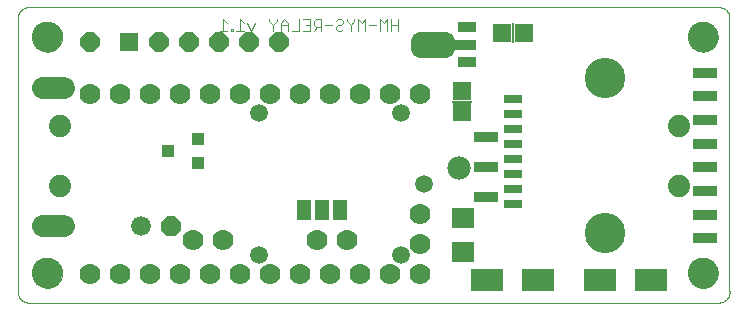
<source format=gbs>
G75*
%MOIN*%
%OFA0B0*%
%FSLAX25Y25*%
%IPPOS*%
%LPD*%
%AMOC8*
5,1,8,0,0,1.08239X$1,22.5*
%
%ADD10C,0.00000*%
%ADD11C,0.00300*%
%ADD12C,0.10243*%
%ADD13OC8,0.06600*%
%ADD14C,0.06600*%
%ADD15R,0.10833X0.07290*%
%ADD16C,0.13500*%
%ADD17C,0.07800*%
%ADD18R,0.07498X0.06699*%
%ADD19R,0.05912X0.03550*%
%ADD20R,0.07880X0.03550*%
%ADD21C,0.06300*%
%ADD22R,0.06800X0.00500*%
%ADD23R,0.06400X0.06400*%
%ADD24R,0.06400X0.02900*%
%ADD25C,0.05943*%
%ADD26C,0.07000*%
%ADD27R,0.00500X0.06800*%
%ADD28C,0.07450*%
%ADD29OC8,0.06400*%
%ADD30R,0.08000X0.03600*%
%ADD31C,0.07400*%
%ADD32C,0.03550*%
%ADD33R,0.05000X0.06700*%
%ADD34R,0.03943X0.04337*%
D10*
X0058802Y0005150D02*
X0058802Y0096488D01*
X0058791Y0096607D01*
X0058783Y0096726D01*
X0058780Y0096845D01*
X0058781Y0096964D01*
X0058786Y0097083D01*
X0058794Y0097202D01*
X0058807Y0097320D01*
X0058824Y0097438D01*
X0058844Y0097556D01*
X0058869Y0097672D01*
X0058897Y0097788D01*
X0058929Y0097903D01*
X0058965Y0098016D01*
X0059005Y0098129D01*
X0059049Y0098240D01*
X0059096Y0098349D01*
X0059147Y0098457D01*
X0059201Y0098563D01*
X0059259Y0098667D01*
X0059320Y0098769D01*
X0059385Y0098869D01*
X0059453Y0098967D01*
X0059524Y0099062D01*
X0059599Y0099155D01*
X0059676Y0099246D01*
X0059757Y0099334D01*
X0059840Y0099419D01*
X0059926Y0099501D01*
X0060015Y0099580D01*
X0060107Y0099657D01*
X0060201Y0099730D01*
X0060297Y0099800D01*
X0060396Y0099867D01*
X0060496Y0099930D01*
X0060599Y0099990D01*
X0060704Y0100047D01*
X0060811Y0100100D01*
X0060919Y0100149D01*
X0061029Y0100195D01*
X0061141Y0100237D01*
X0061253Y0100276D01*
X0061367Y0100310D01*
X0061483Y0100341D01*
X0061599Y0100368D01*
X0061716Y0100391D01*
X0061833Y0100410D01*
X0061951Y0100425D01*
X0292069Y0100425D01*
X0292185Y0100436D01*
X0292302Y0100443D01*
X0292419Y0100447D01*
X0292535Y0100446D01*
X0292652Y0100442D01*
X0292768Y0100434D01*
X0292884Y0100422D01*
X0293000Y0100406D01*
X0293115Y0100387D01*
X0293229Y0100364D01*
X0293343Y0100337D01*
X0293455Y0100306D01*
X0293567Y0100272D01*
X0293677Y0100234D01*
X0293786Y0100192D01*
X0293894Y0100147D01*
X0294000Y0100099D01*
X0294104Y0100047D01*
X0294207Y0099991D01*
X0294308Y0099933D01*
X0294406Y0099871D01*
X0294503Y0099805D01*
X0294598Y0099737D01*
X0294690Y0099666D01*
X0294780Y0099591D01*
X0294867Y0099514D01*
X0294952Y0099434D01*
X0295034Y0099351D01*
X0295114Y0099266D01*
X0295190Y0099178D01*
X0295264Y0099087D01*
X0295335Y0098995D01*
X0295402Y0098899D01*
X0295467Y0098802D01*
X0295528Y0098703D01*
X0295586Y0098602D01*
X0295640Y0098499D01*
X0295692Y0098394D01*
X0295739Y0098287D01*
X0295784Y0098179D01*
X0295824Y0098070D01*
X0295861Y0097959D01*
X0295895Y0097848D01*
X0295924Y0097735D01*
X0295951Y0097621D01*
X0295973Y0097507D01*
X0295991Y0097391D01*
X0296006Y0097276D01*
X0296006Y0005937D01*
X0296017Y0005821D01*
X0296024Y0005704D01*
X0296028Y0005587D01*
X0296027Y0005471D01*
X0296023Y0005354D01*
X0296015Y0005238D01*
X0296003Y0005122D01*
X0295987Y0005006D01*
X0295968Y0004891D01*
X0295945Y0004777D01*
X0295918Y0004663D01*
X0295887Y0004551D01*
X0295853Y0004439D01*
X0295815Y0004329D01*
X0295773Y0004220D01*
X0295728Y0004112D01*
X0295680Y0004006D01*
X0295628Y0003902D01*
X0295572Y0003799D01*
X0295514Y0003698D01*
X0295452Y0003600D01*
X0295386Y0003503D01*
X0295318Y0003408D01*
X0295247Y0003316D01*
X0295172Y0003226D01*
X0295095Y0003139D01*
X0295015Y0003054D01*
X0294932Y0002972D01*
X0294847Y0002892D01*
X0294759Y0002816D01*
X0294668Y0002742D01*
X0294576Y0002671D01*
X0294480Y0002604D01*
X0294383Y0002539D01*
X0294284Y0002478D01*
X0294183Y0002420D01*
X0294080Y0002366D01*
X0293975Y0002314D01*
X0293868Y0002267D01*
X0293760Y0002222D01*
X0293651Y0002182D01*
X0293540Y0002145D01*
X0293429Y0002111D01*
X0293316Y0002082D01*
X0293202Y0002055D01*
X0293088Y0002033D01*
X0292972Y0002015D01*
X0292857Y0002000D01*
X0062739Y0002000D01*
X0062623Y0001989D01*
X0062506Y0001982D01*
X0062389Y0001978D01*
X0062273Y0001979D01*
X0062156Y0001983D01*
X0062040Y0001991D01*
X0061924Y0002003D01*
X0061808Y0002019D01*
X0061693Y0002038D01*
X0061579Y0002061D01*
X0061465Y0002088D01*
X0061353Y0002119D01*
X0061241Y0002153D01*
X0061131Y0002191D01*
X0061022Y0002233D01*
X0060914Y0002278D01*
X0060808Y0002326D01*
X0060704Y0002378D01*
X0060601Y0002434D01*
X0060500Y0002492D01*
X0060402Y0002554D01*
X0060305Y0002620D01*
X0060210Y0002688D01*
X0060118Y0002759D01*
X0060028Y0002834D01*
X0059941Y0002911D01*
X0059856Y0002991D01*
X0059774Y0003074D01*
X0059694Y0003159D01*
X0059618Y0003247D01*
X0059544Y0003338D01*
X0059473Y0003430D01*
X0059406Y0003526D01*
X0059341Y0003623D01*
X0059280Y0003722D01*
X0059222Y0003823D01*
X0059168Y0003926D01*
X0059116Y0004031D01*
X0059069Y0004138D01*
X0059024Y0004246D01*
X0058984Y0004355D01*
X0058947Y0004466D01*
X0058913Y0004577D01*
X0058884Y0004690D01*
X0058857Y0004804D01*
X0058835Y0004918D01*
X0058817Y0005034D01*
X0058802Y0005149D01*
X0063723Y0011843D02*
X0063725Y0011983D01*
X0063731Y0012123D01*
X0063741Y0012262D01*
X0063755Y0012401D01*
X0063773Y0012540D01*
X0063794Y0012678D01*
X0063820Y0012816D01*
X0063850Y0012953D01*
X0063883Y0013088D01*
X0063921Y0013223D01*
X0063962Y0013357D01*
X0064007Y0013490D01*
X0064055Y0013621D01*
X0064108Y0013750D01*
X0064164Y0013879D01*
X0064223Y0014005D01*
X0064287Y0014130D01*
X0064353Y0014253D01*
X0064424Y0014374D01*
X0064497Y0014493D01*
X0064574Y0014610D01*
X0064655Y0014724D01*
X0064738Y0014836D01*
X0064825Y0014946D01*
X0064915Y0015054D01*
X0065007Y0015158D01*
X0065103Y0015260D01*
X0065202Y0015360D01*
X0065303Y0015456D01*
X0065407Y0015550D01*
X0065514Y0015640D01*
X0065623Y0015727D01*
X0065735Y0015812D01*
X0065849Y0015893D01*
X0065965Y0015971D01*
X0066083Y0016045D01*
X0066204Y0016116D01*
X0066326Y0016184D01*
X0066451Y0016248D01*
X0066577Y0016309D01*
X0066704Y0016366D01*
X0066834Y0016419D01*
X0066965Y0016469D01*
X0067097Y0016514D01*
X0067230Y0016557D01*
X0067365Y0016595D01*
X0067500Y0016629D01*
X0067637Y0016660D01*
X0067774Y0016687D01*
X0067912Y0016709D01*
X0068051Y0016728D01*
X0068190Y0016743D01*
X0068329Y0016754D01*
X0068469Y0016761D01*
X0068609Y0016764D01*
X0068749Y0016763D01*
X0068889Y0016758D01*
X0069028Y0016749D01*
X0069168Y0016736D01*
X0069307Y0016719D01*
X0069445Y0016698D01*
X0069583Y0016674D01*
X0069720Y0016645D01*
X0069856Y0016613D01*
X0069991Y0016576D01*
X0070125Y0016536D01*
X0070258Y0016492D01*
X0070389Y0016444D01*
X0070519Y0016393D01*
X0070648Y0016338D01*
X0070775Y0016279D01*
X0070900Y0016216D01*
X0071023Y0016151D01*
X0071145Y0016081D01*
X0071264Y0016008D01*
X0071382Y0015932D01*
X0071497Y0015853D01*
X0071610Y0015770D01*
X0071720Y0015684D01*
X0071828Y0015595D01*
X0071933Y0015503D01*
X0072036Y0015408D01*
X0072136Y0015310D01*
X0072233Y0015210D01*
X0072327Y0015106D01*
X0072419Y0015000D01*
X0072507Y0014892D01*
X0072592Y0014781D01*
X0072674Y0014667D01*
X0072753Y0014551D01*
X0072828Y0014434D01*
X0072900Y0014314D01*
X0072968Y0014192D01*
X0073033Y0014068D01*
X0073095Y0013942D01*
X0073153Y0013815D01*
X0073207Y0013686D01*
X0073258Y0013555D01*
X0073304Y0013423D01*
X0073347Y0013290D01*
X0073387Y0013156D01*
X0073422Y0013021D01*
X0073454Y0012884D01*
X0073481Y0012747D01*
X0073505Y0012609D01*
X0073525Y0012471D01*
X0073541Y0012332D01*
X0073553Y0012192D01*
X0073561Y0012053D01*
X0073565Y0011913D01*
X0073565Y0011773D01*
X0073561Y0011633D01*
X0073553Y0011494D01*
X0073541Y0011354D01*
X0073525Y0011215D01*
X0073505Y0011077D01*
X0073481Y0010939D01*
X0073454Y0010802D01*
X0073422Y0010665D01*
X0073387Y0010530D01*
X0073347Y0010396D01*
X0073304Y0010263D01*
X0073258Y0010131D01*
X0073207Y0010000D01*
X0073153Y0009871D01*
X0073095Y0009744D01*
X0073033Y0009618D01*
X0072968Y0009494D01*
X0072900Y0009372D01*
X0072828Y0009252D01*
X0072753Y0009135D01*
X0072674Y0009019D01*
X0072592Y0008905D01*
X0072507Y0008794D01*
X0072419Y0008686D01*
X0072327Y0008580D01*
X0072233Y0008476D01*
X0072136Y0008376D01*
X0072036Y0008278D01*
X0071933Y0008183D01*
X0071828Y0008091D01*
X0071720Y0008002D01*
X0071610Y0007916D01*
X0071497Y0007833D01*
X0071382Y0007754D01*
X0071264Y0007678D01*
X0071145Y0007605D01*
X0071023Y0007535D01*
X0070900Y0007470D01*
X0070775Y0007407D01*
X0070648Y0007348D01*
X0070519Y0007293D01*
X0070389Y0007242D01*
X0070258Y0007194D01*
X0070125Y0007150D01*
X0069991Y0007110D01*
X0069856Y0007073D01*
X0069720Y0007041D01*
X0069583Y0007012D01*
X0069445Y0006988D01*
X0069307Y0006967D01*
X0069168Y0006950D01*
X0069028Y0006937D01*
X0068889Y0006928D01*
X0068749Y0006923D01*
X0068609Y0006922D01*
X0068469Y0006925D01*
X0068329Y0006932D01*
X0068190Y0006943D01*
X0068051Y0006958D01*
X0067912Y0006977D01*
X0067774Y0006999D01*
X0067637Y0007026D01*
X0067500Y0007057D01*
X0067365Y0007091D01*
X0067230Y0007129D01*
X0067097Y0007172D01*
X0066965Y0007217D01*
X0066834Y0007267D01*
X0066704Y0007320D01*
X0066577Y0007377D01*
X0066451Y0007438D01*
X0066326Y0007502D01*
X0066204Y0007570D01*
X0066083Y0007641D01*
X0065965Y0007715D01*
X0065849Y0007793D01*
X0065735Y0007874D01*
X0065623Y0007959D01*
X0065514Y0008046D01*
X0065407Y0008136D01*
X0065303Y0008230D01*
X0065202Y0008326D01*
X0065103Y0008426D01*
X0065007Y0008528D01*
X0064915Y0008632D01*
X0064825Y0008740D01*
X0064738Y0008850D01*
X0064655Y0008962D01*
X0064574Y0009076D01*
X0064497Y0009193D01*
X0064424Y0009312D01*
X0064353Y0009433D01*
X0064287Y0009556D01*
X0064223Y0009681D01*
X0064164Y0009807D01*
X0064108Y0009936D01*
X0064055Y0010065D01*
X0064007Y0010196D01*
X0063962Y0010329D01*
X0063921Y0010463D01*
X0063883Y0010598D01*
X0063850Y0010733D01*
X0063820Y0010870D01*
X0063794Y0011008D01*
X0063773Y0011146D01*
X0063755Y0011285D01*
X0063741Y0011424D01*
X0063731Y0011563D01*
X0063725Y0011703D01*
X0063723Y0011843D01*
X0066085Y0027469D02*
X0066087Y0027548D01*
X0066093Y0027627D01*
X0066103Y0027706D01*
X0066117Y0027784D01*
X0066134Y0027861D01*
X0066156Y0027937D01*
X0066181Y0028012D01*
X0066211Y0028085D01*
X0066243Y0028157D01*
X0066280Y0028228D01*
X0066320Y0028296D01*
X0066363Y0028362D01*
X0066409Y0028426D01*
X0066459Y0028488D01*
X0066512Y0028547D01*
X0066567Y0028603D01*
X0066626Y0028657D01*
X0066687Y0028707D01*
X0066750Y0028755D01*
X0066816Y0028799D01*
X0066884Y0028840D01*
X0066954Y0028877D01*
X0067025Y0028911D01*
X0067099Y0028941D01*
X0067173Y0028967D01*
X0067249Y0028989D01*
X0067326Y0029008D01*
X0067404Y0029023D01*
X0067482Y0029034D01*
X0067561Y0029041D01*
X0067640Y0029044D01*
X0067719Y0029043D01*
X0067798Y0029038D01*
X0067877Y0029029D01*
X0067955Y0029016D01*
X0068032Y0028999D01*
X0068109Y0028979D01*
X0068184Y0028954D01*
X0068258Y0028926D01*
X0068331Y0028894D01*
X0068401Y0028859D01*
X0068470Y0028820D01*
X0068537Y0028777D01*
X0068602Y0028731D01*
X0068664Y0028683D01*
X0068724Y0028631D01*
X0068781Y0028576D01*
X0068835Y0028518D01*
X0068886Y0028458D01*
X0068934Y0028395D01*
X0068979Y0028330D01*
X0069021Y0028262D01*
X0069059Y0028193D01*
X0069093Y0028122D01*
X0069124Y0028049D01*
X0069152Y0027974D01*
X0069175Y0027899D01*
X0069195Y0027822D01*
X0069211Y0027745D01*
X0069223Y0027666D01*
X0069231Y0027588D01*
X0069235Y0027509D01*
X0069235Y0027429D01*
X0069231Y0027350D01*
X0069223Y0027272D01*
X0069211Y0027193D01*
X0069195Y0027116D01*
X0069175Y0027039D01*
X0069152Y0026964D01*
X0069124Y0026889D01*
X0069093Y0026816D01*
X0069059Y0026745D01*
X0069021Y0026676D01*
X0068979Y0026608D01*
X0068934Y0026543D01*
X0068886Y0026480D01*
X0068835Y0026420D01*
X0068781Y0026362D01*
X0068724Y0026307D01*
X0068664Y0026255D01*
X0068602Y0026207D01*
X0068537Y0026161D01*
X0068470Y0026118D01*
X0068401Y0026079D01*
X0068331Y0026044D01*
X0068258Y0026012D01*
X0068184Y0025984D01*
X0068109Y0025959D01*
X0068032Y0025939D01*
X0067955Y0025922D01*
X0067877Y0025909D01*
X0067798Y0025900D01*
X0067719Y0025895D01*
X0067640Y0025894D01*
X0067561Y0025897D01*
X0067482Y0025904D01*
X0067404Y0025915D01*
X0067326Y0025930D01*
X0067249Y0025949D01*
X0067173Y0025971D01*
X0067099Y0025997D01*
X0067025Y0026027D01*
X0066954Y0026061D01*
X0066884Y0026098D01*
X0066816Y0026139D01*
X0066750Y0026183D01*
X0066687Y0026231D01*
X0066626Y0026281D01*
X0066567Y0026335D01*
X0066512Y0026391D01*
X0066459Y0026450D01*
X0066409Y0026512D01*
X0066363Y0026576D01*
X0066320Y0026642D01*
X0066280Y0026710D01*
X0066243Y0026781D01*
X0066211Y0026853D01*
X0066181Y0026926D01*
X0066156Y0027001D01*
X0066134Y0027077D01*
X0066117Y0027154D01*
X0066103Y0027232D01*
X0066093Y0027311D01*
X0066087Y0027390D01*
X0066085Y0027469D01*
X0067660Y0027469D02*
X0067662Y0027548D01*
X0067668Y0027627D01*
X0067678Y0027706D01*
X0067692Y0027784D01*
X0067709Y0027861D01*
X0067731Y0027937D01*
X0067756Y0028012D01*
X0067786Y0028085D01*
X0067818Y0028157D01*
X0067855Y0028228D01*
X0067895Y0028296D01*
X0067938Y0028362D01*
X0067984Y0028426D01*
X0068034Y0028488D01*
X0068087Y0028547D01*
X0068142Y0028603D01*
X0068201Y0028657D01*
X0068262Y0028707D01*
X0068325Y0028755D01*
X0068391Y0028799D01*
X0068459Y0028840D01*
X0068529Y0028877D01*
X0068600Y0028911D01*
X0068674Y0028941D01*
X0068748Y0028967D01*
X0068824Y0028989D01*
X0068901Y0029008D01*
X0068979Y0029023D01*
X0069057Y0029034D01*
X0069136Y0029041D01*
X0069215Y0029044D01*
X0069294Y0029043D01*
X0069373Y0029038D01*
X0069452Y0029029D01*
X0069530Y0029016D01*
X0069607Y0028999D01*
X0069684Y0028979D01*
X0069759Y0028954D01*
X0069833Y0028926D01*
X0069906Y0028894D01*
X0069976Y0028859D01*
X0070045Y0028820D01*
X0070112Y0028777D01*
X0070177Y0028731D01*
X0070239Y0028683D01*
X0070299Y0028631D01*
X0070356Y0028576D01*
X0070410Y0028518D01*
X0070461Y0028458D01*
X0070509Y0028395D01*
X0070554Y0028330D01*
X0070596Y0028262D01*
X0070634Y0028193D01*
X0070668Y0028122D01*
X0070699Y0028049D01*
X0070727Y0027974D01*
X0070750Y0027899D01*
X0070770Y0027822D01*
X0070786Y0027745D01*
X0070798Y0027666D01*
X0070806Y0027588D01*
X0070810Y0027509D01*
X0070810Y0027429D01*
X0070806Y0027350D01*
X0070798Y0027272D01*
X0070786Y0027193D01*
X0070770Y0027116D01*
X0070750Y0027039D01*
X0070727Y0026964D01*
X0070699Y0026889D01*
X0070668Y0026816D01*
X0070634Y0026745D01*
X0070596Y0026676D01*
X0070554Y0026608D01*
X0070509Y0026543D01*
X0070461Y0026480D01*
X0070410Y0026420D01*
X0070356Y0026362D01*
X0070299Y0026307D01*
X0070239Y0026255D01*
X0070177Y0026207D01*
X0070112Y0026161D01*
X0070045Y0026118D01*
X0069976Y0026079D01*
X0069906Y0026044D01*
X0069833Y0026012D01*
X0069759Y0025984D01*
X0069684Y0025959D01*
X0069607Y0025939D01*
X0069530Y0025922D01*
X0069452Y0025909D01*
X0069373Y0025900D01*
X0069294Y0025895D01*
X0069215Y0025894D01*
X0069136Y0025897D01*
X0069057Y0025904D01*
X0068979Y0025915D01*
X0068901Y0025930D01*
X0068824Y0025949D01*
X0068748Y0025971D01*
X0068674Y0025997D01*
X0068600Y0026027D01*
X0068529Y0026061D01*
X0068459Y0026098D01*
X0068391Y0026139D01*
X0068325Y0026183D01*
X0068262Y0026231D01*
X0068201Y0026281D01*
X0068142Y0026335D01*
X0068087Y0026391D01*
X0068034Y0026450D01*
X0067984Y0026512D01*
X0067938Y0026576D01*
X0067895Y0026642D01*
X0067855Y0026710D01*
X0067818Y0026781D01*
X0067786Y0026853D01*
X0067756Y0026926D01*
X0067731Y0027001D01*
X0067709Y0027077D01*
X0067692Y0027154D01*
X0067678Y0027232D01*
X0067668Y0027311D01*
X0067662Y0027390D01*
X0067660Y0027469D01*
X0070809Y0027469D02*
X0070811Y0027548D01*
X0070817Y0027627D01*
X0070827Y0027706D01*
X0070841Y0027784D01*
X0070858Y0027861D01*
X0070880Y0027937D01*
X0070905Y0028012D01*
X0070935Y0028085D01*
X0070967Y0028157D01*
X0071004Y0028228D01*
X0071044Y0028296D01*
X0071087Y0028362D01*
X0071133Y0028426D01*
X0071183Y0028488D01*
X0071236Y0028547D01*
X0071291Y0028603D01*
X0071350Y0028657D01*
X0071411Y0028707D01*
X0071474Y0028755D01*
X0071540Y0028799D01*
X0071608Y0028840D01*
X0071678Y0028877D01*
X0071749Y0028911D01*
X0071823Y0028941D01*
X0071897Y0028967D01*
X0071973Y0028989D01*
X0072050Y0029008D01*
X0072128Y0029023D01*
X0072206Y0029034D01*
X0072285Y0029041D01*
X0072364Y0029044D01*
X0072443Y0029043D01*
X0072522Y0029038D01*
X0072601Y0029029D01*
X0072679Y0029016D01*
X0072756Y0028999D01*
X0072833Y0028979D01*
X0072908Y0028954D01*
X0072982Y0028926D01*
X0073055Y0028894D01*
X0073125Y0028859D01*
X0073194Y0028820D01*
X0073261Y0028777D01*
X0073326Y0028731D01*
X0073388Y0028683D01*
X0073448Y0028631D01*
X0073505Y0028576D01*
X0073559Y0028518D01*
X0073610Y0028458D01*
X0073658Y0028395D01*
X0073703Y0028330D01*
X0073745Y0028262D01*
X0073783Y0028193D01*
X0073817Y0028122D01*
X0073848Y0028049D01*
X0073876Y0027974D01*
X0073899Y0027899D01*
X0073919Y0027822D01*
X0073935Y0027745D01*
X0073947Y0027666D01*
X0073955Y0027588D01*
X0073959Y0027509D01*
X0073959Y0027429D01*
X0073955Y0027350D01*
X0073947Y0027272D01*
X0073935Y0027193D01*
X0073919Y0027116D01*
X0073899Y0027039D01*
X0073876Y0026964D01*
X0073848Y0026889D01*
X0073817Y0026816D01*
X0073783Y0026745D01*
X0073745Y0026676D01*
X0073703Y0026608D01*
X0073658Y0026543D01*
X0073610Y0026480D01*
X0073559Y0026420D01*
X0073505Y0026362D01*
X0073448Y0026307D01*
X0073388Y0026255D01*
X0073326Y0026207D01*
X0073261Y0026161D01*
X0073194Y0026118D01*
X0073125Y0026079D01*
X0073055Y0026044D01*
X0072982Y0026012D01*
X0072908Y0025984D01*
X0072833Y0025959D01*
X0072756Y0025939D01*
X0072679Y0025922D01*
X0072601Y0025909D01*
X0072522Y0025900D01*
X0072443Y0025895D01*
X0072364Y0025894D01*
X0072285Y0025897D01*
X0072206Y0025904D01*
X0072128Y0025915D01*
X0072050Y0025930D01*
X0071973Y0025949D01*
X0071897Y0025971D01*
X0071823Y0025997D01*
X0071749Y0026027D01*
X0071678Y0026061D01*
X0071608Y0026098D01*
X0071540Y0026139D01*
X0071474Y0026183D01*
X0071411Y0026231D01*
X0071350Y0026281D01*
X0071291Y0026335D01*
X0071236Y0026391D01*
X0071183Y0026450D01*
X0071133Y0026512D01*
X0071087Y0026576D01*
X0071044Y0026642D01*
X0071004Y0026710D01*
X0070967Y0026781D01*
X0070935Y0026853D01*
X0070905Y0026926D01*
X0070880Y0027001D01*
X0070858Y0027077D01*
X0070841Y0027154D01*
X0070827Y0027232D01*
X0070817Y0027311D01*
X0070811Y0027390D01*
X0070809Y0027469D01*
X0072384Y0027469D02*
X0072386Y0027548D01*
X0072392Y0027627D01*
X0072402Y0027706D01*
X0072416Y0027784D01*
X0072433Y0027861D01*
X0072455Y0027937D01*
X0072480Y0028012D01*
X0072510Y0028085D01*
X0072542Y0028157D01*
X0072579Y0028228D01*
X0072619Y0028296D01*
X0072662Y0028362D01*
X0072708Y0028426D01*
X0072758Y0028488D01*
X0072811Y0028547D01*
X0072866Y0028603D01*
X0072925Y0028657D01*
X0072986Y0028707D01*
X0073049Y0028755D01*
X0073115Y0028799D01*
X0073183Y0028840D01*
X0073253Y0028877D01*
X0073324Y0028911D01*
X0073398Y0028941D01*
X0073472Y0028967D01*
X0073548Y0028989D01*
X0073625Y0029008D01*
X0073703Y0029023D01*
X0073781Y0029034D01*
X0073860Y0029041D01*
X0073939Y0029044D01*
X0074018Y0029043D01*
X0074097Y0029038D01*
X0074176Y0029029D01*
X0074254Y0029016D01*
X0074331Y0028999D01*
X0074408Y0028979D01*
X0074483Y0028954D01*
X0074557Y0028926D01*
X0074630Y0028894D01*
X0074700Y0028859D01*
X0074769Y0028820D01*
X0074836Y0028777D01*
X0074901Y0028731D01*
X0074963Y0028683D01*
X0075023Y0028631D01*
X0075080Y0028576D01*
X0075134Y0028518D01*
X0075185Y0028458D01*
X0075233Y0028395D01*
X0075278Y0028330D01*
X0075320Y0028262D01*
X0075358Y0028193D01*
X0075392Y0028122D01*
X0075423Y0028049D01*
X0075451Y0027974D01*
X0075474Y0027899D01*
X0075494Y0027822D01*
X0075510Y0027745D01*
X0075522Y0027666D01*
X0075530Y0027588D01*
X0075534Y0027509D01*
X0075534Y0027429D01*
X0075530Y0027350D01*
X0075522Y0027272D01*
X0075510Y0027193D01*
X0075494Y0027116D01*
X0075474Y0027039D01*
X0075451Y0026964D01*
X0075423Y0026889D01*
X0075392Y0026816D01*
X0075358Y0026745D01*
X0075320Y0026676D01*
X0075278Y0026608D01*
X0075233Y0026543D01*
X0075185Y0026480D01*
X0075134Y0026420D01*
X0075080Y0026362D01*
X0075023Y0026307D01*
X0074963Y0026255D01*
X0074901Y0026207D01*
X0074836Y0026161D01*
X0074769Y0026118D01*
X0074700Y0026079D01*
X0074630Y0026044D01*
X0074557Y0026012D01*
X0074483Y0025984D01*
X0074408Y0025959D01*
X0074331Y0025939D01*
X0074254Y0025922D01*
X0074176Y0025909D01*
X0074097Y0025900D01*
X0074018Y0025895D01*
X0073939Y0025894D01*
X0073860Y0025897D01*
X0073781Y0025904D01*
X0073703Y0025915D01*
X0073625Y0025930D01*
X0073548Y0025949D01*
X0073472Y0025971D01*
X0073398Y0025997D01*
X0073324Y0026027D01*
X0073253Y0026061D01*
X0073183Y0026098D01*
X0073115Y0026139D01*
X0073049Y0026183D01*
X0072986Y0026231D01*
X0072925Y0026281D01*
X0072866Y0026335D01*
X0072811Y0026391D01*
X0072758Y0026450D01*
X0072708Y0026512D01*
X0072662Y0026576D01*
X0072619Y0026642D01*
X0072579Y0026710D01*
X0072542Y0026781D01*
X0072510Y0026853D01*
X0072480Y0026926D01*
X0072455Y0027001D01*
X0072433Y0027077D01*
X0072416Y0027154D01*
X0072402Y0027232D01*
X0072392Y0027311D01*
X0072386Y0027390D01*
X0072384Y0027469D01*
X0070809Y0073531D02*
X0070811Y0073610D01*
X0070817Y0073689D01*
X0070827Y0073768D01*
X0070841Y0073846D01*
X0070858Y0073923D01*
X0070880Y0073999D01*
X0070905Y0074074D01*
X0070935Y0074147D01*
X0070967Y0074219D01*
X0071004Y0074290D01*
X0071044Y0074358D01*
X0071087Y0074424D01*
X0071133Y0074488D01*
X0071183Y0074550D01*
X0071236Y0074609D01*
X0071291Y0074665D01*
X0071350Y0074719D01*
X0071411Y0074769D01*
X0071474Y0074817D01*
X0071540Y0074861D01*
X0071608Y0074902D01*
X0071678Y0074939D01*
X0071749Y0074973D01*
X0071823Y0075003D01*
X0071897Y0075029D01*
X0071973Y0075051D01*
X0072050Y0075070D01*
X0072128Y0075085D01*
X0072206Y0075096D01*
X0072285Y0075103D01*
X0072364Y0075106D01*
X0072443Y0075105D01*
X0072522Y0075100D01*
X0072601Y0075091D01*
X0072679Y0075078D01*
X0072756Y0075061D01*
X0072833Y0075041D01*
X0072908Y0075016D01*
X0072982Y0074988D01*
X0073055Y0074956D01*
X0073125Y0074921D01*
X0073194Y0074882D01*
X0073261Y0074839D01*
X0073326Y0074793D01*
X0073388Y0074745D01*
X0073448Y0074693D01*
X0073505Y0074638D01*
X0073559Y0074580D01*
X0073610Y0074520D01*
X0073658Y0074457D01*
X0073703Y0074392D01*
X0073745Y0074324D01*
X0073783Y0074255D01*
X0073817Y0074184D01*
X0073848Y0074111D01*
X0073876Y0074036D01*
X0073899Y0073961D01*
X0073919Y0073884D01*
X0073935Y0073807D01*
X0073947Y0073728D01*
X0073955Y0073650D01*
X0073959Y0073571D01*
X0073959Y0073491D01*
X0073955Y0073412D01*
X0073947Y0073334D01*
X0073935Y0073255D01*
X0073919Y0073178D01*
X0073899Y0073101D01*
X0073876Y0073026D01*
X0073848Y0072951D01*
X0073817Y0072878D01*
X0073783Y0072807D01*
X0073745Y0072738D01*
X0073703Y0072670D01*
X0073658Y0072605D01*
X0073610Y0072542D01*
X0073559Y0072482D01*
X0073505Y0072424D01*
X0073448Y0072369D01*
X0073388Y0072317D01*
X0073326Y0072269D01*
X0073261Y0072223D01*
X0073194Y0072180D01*
X0073125Y0072141D01*
X0073055Y0072106D01*
X0072982Y0072074D01*
X0072908Y0072046D01*
X0072833Y0072021D01*
X0072756Y0072001D01*
X0072679Y0071984D01*
X0072601Y0071971D01*
X0072522Y0071962D01*
X0072443Y0071957D01*
X0072364Y0071956D01*
X0072285Y0071959D01*
X0072206Y0071966D01*
X0072128Y0071977D01*
X0072050Y0071992D01*
X0071973Y0072011D01*
X0071897Y0072033D01*
X0071823Y0072059D01*
X0071749Y0072089D01*
X0071678Y0072123D01*
X0071608Y0072160D01*
X0071540Y0072201D01*
X0071474Y0072245D01*
X0071411Y0072293D01*
X0071350Y0072343D01*
X0071291Y0072397D01*
X0071236Y0072453D01*
X0071183Y0072512D01*
X0071133Y0072574D01*
X0071087Y0072638D01*
X0071044Y0072704D01*
X0071004Y0072772D01*
X0070967Y0072843D01*
X0070935Y0072915D01*
X0070905Y0072988D01*
X0070880Y0073063D01*
X0070858Y0073139D01*
X0070841Y0073216D01*
X0070827Y0073294D01*
X0070817Y0073373D01*
X0070811Y0073452D01*
X0070809Y0073531D01*
X0067660Y0073531D02*
X0067662Y0073610D01*
X0067668Y0073689D01*
X0067678Y0073768D01*
X0067692Y0073846D01*
X0067709Y0073923D01*
X0067731Y0073999D01*
X0067756Y0074074D01*
X0067786Y0074147D01*
X0067818Y0074219D01*
X0067855Y0074290D01*
X0067895Y0074358D01*
X0067938Y0074424D01*
X0067984Y0074488D01*
X0068034Y0074550D01*
X0068087Y0074609D01*
X0068142Y0074665D01*
X0068201Y0074719D01*
X0068262Y0074769D01*
X0068325Y0074817D01*
X0068391Y0074861D01*
X0068459Y0074902D01*
X0068529Y0074939D01*
X0068600Y0074973D01*
X0068674Y0075003D01*
X0068748Y0075029D01*
X0068824Y0075051D01*
X0068901Y0075070D01*
X0068979Y0075085D01*
X0069057Y0075096D01*
X0069136Y0075103D01*
X0069215Y0075106D01*
X0069294Y0075105D01*
X0069373Y0075100D01*
X0069452Y0075091D01*
X0069530Y0075078D01*
X0069607Y0075061D01*
X0069684Y0075041D01*
X0069759Y0075016D01*
X0069833Y0074988D01*
X0069906Y0074956D01*
X0069976Y0074921D01*
X0070045Y0074882D01*
X0070112Y0074839D01*
X0070177Y0074793D01*
X0070239Y0074745D01*
X0070299Y0074693D01*
X0070356Y0074638D01*
X0070410Y0074580D01*
X0070461Y0074520D01*
X0070509Y0074457D01*
X0070554Y0074392D01*
X0070596Y0074324D01*
X0070634Y0074255D01*
X0070668Y0074184D01*
X0070699Y0074111D01*
X0070727Y0074036D01*
X0070750Y0073961D01*
X0070770Y0073884D01*
X0070786Y0073807D01*
X0070798Y0073728D01*
X0070806Y0073650D01*
X0070810Y0073571D01*
X0070810Y0073491D01*
X0070806Y0073412D01*
X0070798Y0073334D01*
X0070786Y0073255D01*
X0070770Y0073178D01*
X0070750Y0073101D01*
X0070727Y0073026D01*
X0070699Y0072951D01*
X0070668Y0072878D01*
X0070634Y0072807D01*
X0070596Y0072738D01*
X0070554Y0072670D01*
X0070509Y0072605D01*
X0070461Y0072542D01*
X0070410Y0072482D01*
X0070356Y0072424D01*
X0070299Y0072369D01*
X0070239Y0072317D01*
X0070177Y0072269D01*
X0070112Y0072223D01*
X0070045Y0072180D01*
X0069976Y0072141D01*
X0069906Y0072106D01*
X0069833Y0072074D01*
X0069759Y0072046D01*
X0069684Y0072021D01*
X0069607Y0072001D01*
X0069530Y0071984D01*
X0069452Y0071971D01*
X0069373Y0071962D01*
X0069294Y0071957D01*
X0069215Y0071956D01*
X0069136Y0071959D01*
X0069057Y0071966D01*
X0068979Y0071977D01*
X0068901Y0071992D01*
X0068824Y0072011D01*
X0068748Y0072033D01*
X0068674Y0072059D01*
X0068600Y0072089D01*
X0068529Y0072123D01*
X0068459Y0072160D01*
X0068391Y0072201D01*
X0068325Y0072245D01*
X0068262Y0072293D01*
X0068201Y0072343D01*
X0068142Y0072397D01*
X0068087Y0072453D01*
X0068034Y0072512D01*
X0067984Y0072574D01*
X0067938Y0072638D01*
X0067895Y0072704D01*
X0067855Y0072772D01*
X0067818Y0072843D01*
X0067786Y0072915D01*
X0067756Y0072988D01*
X0067731Y0073063D01*
X0067709Y0073139D01*
X0067692Y0073216D01*
X0067678Y0073294D01*
X0067668Y0073373D01*
X0067662Y0073452D01*
X0067660Y0073531D01*
X0066085Y0073531D02*
X0066087Y0073610D01*
X0066093Y0073689D01*
X0066103Y0073768D01*
X0066117Y0073846D01*
X0066134Y0073923D01*
X0066156Y0073999D01*
X0066181Y0074074D01*
X0066211Y0074147D01*
X0066243Y0074219D01*
X0066280Y0074290D01*
X0066320Y0074358D01*
X0066363Y0074424D01*
X0066409Y0074488D01*
X0066459Y0074550D01*
X0066512Y0074609D01*
X0066567Y0074665D01*
X0066626Y0074719D01*
X0066687Y0074769D01*
X0066750Y0074817D01*
X0066816Y0074861D01*
X0066884Y0074902D01*
X0066954Y0074939D01*
X0067025Y0074973D01*
X0067099Y0075003D01*
X0067173Y0075029D01*
X0067249Y0075051D01*
X0067326Y0075070D01*
X0067404Y0075085D01*
X0067482Y0075096D01*
X0067561Y0075103D01*
X0067640Y0075106D01*
X0067719Y0075105D01*
X0067798Y0075100D01*
X0067877Y0075091D01*
X0067955Y0075078D01*
X0068032Y0075061D01*
X0068109Y0075041D01*
X0068184Y0075016D01*
X0068258Y0074988D01*
X0068331Y0074956D01*
X0068401Y0074921D01*
X0068470Y0074882D01*
X0068537Y0074839D01*
X0068602Y0074793D01*
X0068664Y0074745D01*
X0068724Y0074693D01*
X0068781Y0074638D01*
X0068835Y0074580D01*
X0068886Y0074520D01*
X0068934Y0074457D01*
X0068979Y0074392D01*
X0069021Y0074324D01*
X0069059Y0074255D01*
X0069093Y0074184D01*
X0069124Y0074111D01*
X0069152Y0074036D01*
X0069175Y0073961D01*
X0069195Y0073884D01*
X0069211Y0073807D01*
X0069223Y0073728D01*
X0069231Y0073650D01*
X0069235Y0073571D01*
X0069235Y0073491D01*
X0069231Y0073412D01*
X0069223Y0073334D01*
X0069211Y0073255D01*
X0069195Y0073178D01*
X0069175Y0073101D01*
X0069152Y0073026D01*
X0069124Y0072951D01*
X0069093Y0072878D01*
X0069059Y0072807D01*
X0069021Y0072738D01*
X0068979Y0072670D01*
X0068934Y0072605D01*
X0068886Y0072542D01*
X0068835Y0072482D01*
X0068781Y0072424D01*
X0068724Y0072369D01*
X0068664Y0072317D01*
X0068602Y0072269D01*
X0068537Y0072223D01*
X0068470Y0072180D01*
X0068401Y0072141D01*
X0068331Y0072106D01*
X0068258Y0072074D01*
X0068184Y0072046D01*
X0068109Y0072021D01*
X0068032Y0072001D01*
X0067955Y0071984D01*
X0067877Y0071971D01*
X0067798Y0071962D01*
X0067719Y0071957D01*
X0067640Y0071956D01*
X0067561Y0071959D01*
X0067482Y0071966D01*
X0067404Y0071977D01*
X0067326Y0071992D01*
X0067249Y0072011D01*
X0067173Y0072033D01*
X0067099Y0072059D01*
X0067025Y0072089D01*
X0066954Y0072123D01*
X0066884Y0072160D01*
X0066816Y0072201D01*
X0066750Y0072245D01*
X0066687Y0072293D01*
X0066626Y0072343D01*
X0066567Y0072397D01*
X0066512Y0072453D01*
X0066459Y0072512D01*
X0066409Y0072574D01*
X0066363Y0072638D01*
X0066320Y0072704D01*
X0066280Y0072772D01*
X0066243Y0072843D01*
X0066211Y0072915D01*
X0066181Y0072988D01*
X0066156Y0073063D01*
X0066134Y0073139D01*
X0066117Y0073216D01*
X0066103Y0073294D01*
X0066093Y0073373D01*
X0066087Y0073452D01*
X0066085Y0073531D01*
X0072384Y0073531D02*
X0072386Y0073610D01*
X0072392Y0073689D01*
X0072402Y0073768D01*
X0072416Y0073846D01*
X0072433Y0073923D01*
X0072455Y0073999D01*
X0072480Y0074074D01*
X0072510Y0074147D01*
X0072542Y0074219D01*
X0072579Y0074290D01*
X0072619Y0074358D01*
X0072662Y0074424D01*
X0072708Y0074488D01*
X0072758Y0074550D01*
X0072811Y0074609D01*
X0072866Y0074665D01*
X0072925Y0074719D01*
X0072986Y0074769D01*
X0073049Y0074817D01*
X0073115Y0074861D01*
X0073183Y0074902D01*
X0073253Y0074939D01*
X0073324Y0074973D01*
X0073398Y0075003D01*
X0073472Y0075029D01*
X0073548Y0075051D01*
X0073625Y0075070D01*
X0073703Y0075085D01*
X0073781Y0075096D01*
X0073860Y0075103D01*
X0073939Y0075106D01*
X0074018Y0075105D01*
X0074097Y0075100D01*
X0074176Y0075091D01*
X0074254Y0075078D01*
X0074331Y0075061D01*
X0074408Y0075041D01*
X0074483Y0075016D01*
X0074557Y0074988D01*
X0074630Y0074956D01*
X0074700Y0074921D01*
X0074769Y0074882D01*
X0074836Y0074839D01*
X0074901Y0074793D01*
X0074963Y0074745D01*
X0075023Y0074693D01*
X0075080Y0074638D01*
X0075134Y0074580D01*
X0075185Y0074520D01*
X0075233Y0074457D01*
X0075278Y0074392D01*
X0075320Y0074324D01*
X0075358Y0074255D01*
X0075392Y0074184D01*
X0075423Y0074111D01*
X0075451Y0074036D01*
X0075474Y0073961D01*
X0075494Y0073884D01*
X0075510Y0073807D01*
X0075522Y0073728D01*
X0075530Y0073650D01*
X0075534Y0073571D01*
X0075534Y0073491D01*
X0075530Y0073412D01*
X0075522Y0073334D01*
X0075510Y0073255D01*
X0075494Y0073178D01*
X0075474Y0073101D01*
X0075451Y0073026D01*
X0075423Y0072951D01*
X0075392Y0072878D01*
X0075358Y0072807D01*
X0075320Y0072738D01*
X0075278Y0072670D01*
X0075233Y0072605D01*
X0075185Y0072542D01*
X0075134Y0072482D01*
X0075080Y0072424D01*
X0075023Y0072369D01*
X0074963Y0072317D01*
X0074901Y0072269D01*
X0074836Y0072223D01*
X0074769Y0072180D01*
X0074700Y0072141D01*
X0074630Y0072106D01*
X0074557Y0072074D01*
X0074483Y0072046D01*
X0074408Y0072021D01*
X0074331Y0072001D01*
X0074254Y0071984D01*
X0074176Y0071971D01*
X0074097Y0071962D01*
X0074018Y0071957D01*
X0073939Y0071956D01*
X0073860Y0071959D01*
X0073781Y0071966D01*
X0073703Y0071977D01*
X0073625Y0071992D01*
X0073548Y0072011D01*
X0073472Y0072033D01*
X0073398Y0072059D01*
X0073324Y0072089D01*
X0073253Y0072123D01*
X0073183Y0072160D01*
X0073115Y0072201D01*
X0073049Y0072245D01*
X0072986Y0072293D01*
X0072925Y0072343D01*
X0072866Y0072397D01*
X0072811Y0072453D01*
X0072758Y0072512D01*
X0072708Y0072574D01*
X0072662Y0072638D01*
X0072619Y0072704D01*
X0072579Y0072772D01*
X0072542Y0072843D01*
X0072510Y0072915D01*
X0072480Y0072988D01*
X0072455Y0073063D01*
X0072433Y0073139D01*
X0072416Y0073216D01*
X0072402Y0073294D01*
X0072392Y0073373D01*
X0072386Y0073452D01*
X0072384Y0073531D01*
X0063723Y0090583D02*
X0063725Y0090723D01*
X0063731Y0090863D01*
X0063741Y0091002D01*
X0063755Y0091141D01*
X0063773Y0091280D01*
X0063794Y0091418D01*
X0063820Y0091556D01*
X0063850Y0091693D01*
X0063883Y0091828D01*
X0063921Y0091963D01*
X0063962Y0092097D01*
X0064007Y0092230D01*
X0064055Y0092361D01*
X0064108Y0092490D01*
X0064164Y0092619D01*
X0064223Y0092745D01*
X0064287Y0092870D01*
X0064353Y0092993D01*
X0064424Y0093114D01*
X0064497Y0093233D01*
X0064574Y0093350D01*
X0064655Y0093464D01*
X0064738Y0093576D01*
X0064825Y0093686D01*
X0064915Y0093794D01*
X0065007Y0093898D01*
X0065103Y0094000D01*
X0065202Y0094100D01*
X0065303Y0094196D01*
X0065407Y0094290D01*
X0065514Y0094380D01*
X0065623Y0094467D01*
X0065735Y0094552D01*
X0065849Y0094633D01*
X0065965Y0094711D01*
X0066083Y0094785D01*
X0066204Y0094856D01*
X0066326Y0094924D01*
X0066451Y0094988D01*
X0066577Y0095049D01*
X0066704Y0095106D01*
X0066834Y0095159D01*
X0066965Y0095209D01*
X0067097Y0095254D01*
X0067230Y0095297D01*
X0067365Y0095335D01*
X0067500Y0095369D01*
X0067637Y0095400D01*
X0067774Y0095427D01*
X0067912Y0095449D01*
X0068051Y0095468D01*
X0068190Y0095483D01*
X0068329Y0095494D01*
X0068469Y0095501D01*
X0068609Y0095504D01*
X0068749Y0095503D01*
X0068889Y0095498D01*
X0069028Y0095489D01*
X0069168Y0095476D01*
X0069307Y0095459D01*
X0069445Y0095438D01*
X0069583Y0095414D01*
X0069720Y0095385D01*
X0069856Y0095353D01*
X0069991Y0095316D01*
X0070125Y0095276D01*
X0070258Y0095232D01*
X0070389Y0095184D01*
X0070519Y0095133D01*
X0070648Y0095078D01*
X0070775Y0095019D01*
X0070900Y0094956D01*
X0071023Y0094891D01*
X0071145Y0094821D01*
X0071264Y0094748D01*
X0071382Y0094672D01*
X0071497Y0094593D01*
X0071610Y0094510D01*
X0071720Y0094424D01*
X0071828Y0094335D01*
X0071933Y0094243D01*
X0072036Y0094148D01*
X0072136Y0094050D01*
X0072233Y0093950D01*
X0072327Y0093846D01*
X0072419Y0093740D01*
X0072507Y0093632D01*
X0072592Y0093521D01*
X0072674Y0093407D01*
X0072753Y0093291D01*
X0072828Y0093174D01*
X0072900Y0093054D01*
X0072968Y0092932D01*
X0073033Y0092808D01*
X0073095Y0092682D01*
X0073153Y0092555D01*
X0073207Y0092426D01*
X0073258Y0092295D01*
X0073304Y0092163D01*
X0073347Y0092030D01*
X0073387Y0091896D01*
X0073422Y0091761D01*
X0073454Y0091624D01*
X0073481Y0091487D01*
X0073505Y0091349D01*
X0073525Y0091211D01*
X0073541Y0091072D01*
X0073553Y0090932D01*
X0073561Y0090793D01*
X0073565Y0090653D01*
X0073565Y0090513D01*
X0073561Y0090373D01*
X0073553Y0090234D01*
X0073541Y0090094D01*
X0073525Y0089955D01*
X0073505Y0089817D01*
X0073481Y0089679D01*
X0073454Y0089542D01*
X0073422Y0089405D01*
X0073387Y0089270D01*
X0073347Y0089136D01*
X0073304Y0089003D01*
X0073258Y0088871D01*
X0073207Y0088740D01*
X0073153Y0088611D01*
X0073095Y0088484D01*
X0073033Y0088358D01*
X0072968Y0088234D01*
X0072900Y0088112D01*
X0072828Y0087992D01*
X0072753Y0087875D01*
X0072674Y0087759D01*
X0072592Y0087645D01*
X0072507Y0087534D01*
X0072419Y0087426D01*
X0072327Y0087320D01*
X0072233Y0087216D01*
X0072136Y0087116D01*
X0072036Y0087018D01*
X0071933Y0086923D01*
X0071828Y0086831D01*
X0071720Y0086742D01*
X0071610Y0086656D01*
X0071497Y0086573D01*
X0071382Y0086494D01*
X0071264Y0086418D01*
X0071145Y0086345D01*
X0071023Y0086275D01*
X0070900Y0086210D01*
X0070775Y0086147D01*
X0070648Y0086088D01*
X0070519Y0086033D01*
X0070389Y0085982D01*
X0070258Y0085934D01*
X0070125Y0085890D01*
X0069991Y0085850D01*
X0069856Y0085813D01*
X0069720Y0085781D01*
X0069583Y0085752D01*
X0069445Y0085728D01*
X0069307Y0085707D01*
X0069168Y0085690D01*
X0069028Y0085677D01*
X0068889Y0085668D01*
X0068749Y0085663D01*
X0068609Y0085662D01*
X0068469Y0085665D01*
X0068329Y0085672D01*
X0068190Y0085683D01*
X0068051Y0085698D01*
X0067912Y0085717D01*
X0067774Y0085739D01*
X0067637Y0085766D01*
X0067500Y0085797D01*
X0067365Y0085831D01*
X0067230Y0085869D01*
X0067097Y0085912D01*
X0066965Y0085957D01*
X0066834Y0086007D01*
X0066704Y0086060D01*
X0066577Y0086117D01*
X0066451Y0086178D01*
X0066326Y0086242D01*
X0066204Y0086310D01*
X0066083Y0086381D01*
X0065965Y0086455D01*
X0065849Y0086533D01*
X0065735Y0086614D01*
X0065623Y0086699D01*
X0065514Y0086786D01*
X0065407Y0086876D01*
X0065303Y0086970D01*
X0065202Y0087066D01*
X0065103Y0087166D01*
X0065007Y0087268D01*
X0064915Y0087372D01*
X0064825Y0087480D01*
X0064738Y0087590D01*
X0064655Y0087702D01*
X0064574Y0087816D01*
X0064497Y0087933D01*
X0064424Y0088052D01*
X0064353Y0088173D01*
X0064287Y0088296D01*
X0064223Y0088421D01*
X0064164Y0088547D01*
X0064108Y0088676D01*
X0064055Y0088805D01*
X0064007Y0088936D01*
X0063962Y0089069D01*
X0063921Y0089203D01*
X0063883Y0089338D01*
X0063850Y0089473D01*
X0063820Y0089610D01*
X0063794Y0089748D01*
X0063773Y0089886D01*
X0063755Y0090025D01*
X0063741Y0090164D01*
X0063731Y0090303D01*
X0063725Y0090443D01*
X0063723Y0090583D01*
X0282227Y0090583D02*
X0282229Y0090723D01*
X0282235Y0090863D01*
X0282245Y0091002D01*
X0282259Y0091141D01*
X0282277Y0091280D01*
X0282298Y0091418D01*
X0282324Y0091556D01*
X0282354Y0091693D01*
X0282387Y0091828D01*
X0282425Y0091963D01*
X0282466Y0092097D01*
X0282511Y0092230D01*
X0282559Y0092361D01*
X0282612Y0092490D01*
X0282668Y0092619D01*
X0282727Y0092745D01*
X0282791Y0092870D01*
X0282857Y0092993D01*
X0282928Y0093114D01*
X0283001Y0093233D01*
X0283078Y0093350D01*
X0283159Y0093464D01*
X0283242Y0093576D01*
X0283329Y0093686D01*
X0283419Y0093794D01*
X0283511Y0093898D01*
X0283607Y0094000D01*
X0283706Y0094100D01*
X0283807Y0094196D01*
X0283911Y0094290D01*
X0284018Y0094380D01*
X0284127Y0094467D01*
X0284239Y0094552D01*
X0284353Y0094633D01*
X0284469Y0094711D01*
X0284587Y0094785D01*
X0284708Y0094856D01*
X0284830Y0094924D01*
X0284955Y0094988D01*
X0285081Y0095049D01*
X0285208Y0095106D01*
X0285338Y0095159D01*
X0285469Y0095209D01*
X0285601Y0095254D01*
X0285734Y0095297D01*
X0285869Y0095335D01*
X0286004Y0095369D01*
X0286141Y0095400D01*
X0286278Y0095427D01*
X0286416Y0095449D01*
X0286555Y0095468D01*
X0286694Y0095483D01*
X0286833Y0095494D01*
X0286973Y0095501D01*
X0287113Y0095504D01*
X0287253Y0095503D01*
X0287393Y0095498D01*
X0287532Y0095489D01*
X0287672Y0095476D01*
X0287811Y0095459D01*
X0287949Y0095438D01*
X0288087Y0095414D01*
X0288224Y0095385D01*
X0288360Y0095353D01*
X0288495Y0095316D01*
X0288629Y0095276D01*
X0288762Y0095232D01*
X0288893Y0095184D01*
X0289023Y0095133D01*
X0289152Y0095078D01*
X0289279Y0095019D01*
X0289404Y0094956D01*
X0289527Y0094891D01*
X0289649Y0094821D01*
X0289768Y0094748D01*
X0289886Y0094672D01*
X0290001Y0094593D01*
X0290114Y0094510D01*
X0290224Y0094424D01*
X0290332Y0094335D01*
X0290437Y0094243D01*
X0290540Y0094148D01*
X0290640Y0094050D01*
X0290737Y0093950D01*
X0290831Y0093846D01*
X0290923Y0093740D01*
X0291011Y0093632D01*
X0291096Y0093521D01*
X0291178Y0093407D01*
X0291257Y0093291D01*
X0291332Y0093174D01*
X0291404Y0093054D01*
X0291472Y0092932D01*
X0291537Y0092808D01*
X0291599Y0092682D01*
X0291657Y0092555D01*
X0291711Y0092426D01*
X0291762Y0092295D01*
X0291808Y0092163D01*
X0291851Y0092030D01*
X0291891Y0091896D01*
X0291926Y0091761D01*
X0291958Y0091624D01*
X0291985Y0091487D01*
X0292009Y0091349D01*
X0292029Y0091211D01*
X0292045Y0091072D01*
X0292057Y0090932D01*
X0292065Y0090793D01*
X0292069Y0090653D01*
X0292069Y0090513D01*
X0292065Y0090373D01*
X0292057Y0090234D01*
X0292045Y0090094D01*
X0292029Y0089955D01*
X0292009Y0089817D01*
X0291985Y0089679D01*
X0291958Y0089542D01*
X0291926Y0089405D01*
X0291891Y0089270D01*
X0291851Y0089136D01*
X0291808Y0089003D01*
X0291762Y0088871D01*
X0291711Y0088740D01*
X0291657Y0088611D01*
X0291599Y0088484D01*
X0291537Y0088358D01*
X0291472Y0088234D01*
X0291404Y0088112D01*
X0291332Y0087992D01*
X0291257Y0087875D01*
X0291178Y0087759D01*
X0291096Y0087645D01*
X0291011Y0087534D01*
X0290923Y0087426D01*
X0290831Y0087320D01*
X0290737Y0087216D01*
X0290640Y0087116D01*
X0290540Y0087018D01*
X0290437Y0086923D01*
X0290332Y0086831D01*
X0290224Y0086742D01*
X0290114Y0086656D01*
X0290001Y0086573D01*
X0289886Y0086494D01*
X0289768Y0086418D01*
X0289649Y0086345D01*
X0289527Y0086275D01*
X0289404Y0086210D01*
X0289279Y0086147D01*
X0289152Y0086088D01*
X0289023Y0086033D01*
X0288893Y0085982D01*
X0288762Y0085934D01*
X0288629Y0085890D01*
X0288495Y0085850D01*
X0288360Y0085813D01*
X0288224Y0085781D01*
X0288087Y0085752D01*
X0287949Y0085728D01*
X0287811Y0085707D01*
X0287672Y0085690D01*
X0287532Y0085677D01*
X0287393Y0085668D01*
X0287253Y0085663D01*
X0287113Y0085662D01*
X0286973Y0085665D01*
X0286833Y0085672D01*
X0286694Y0085683D01*
X0286555Y0085698D01*
X0286416Y0085717D01*
X0286278Y0085739D01*
X0286141Y0085766D01*
X0286004Y0085797D01*
X0285869Y0085831D01*
X0285734Y0085869D01*
X0285601Y0085912D01*
X0285469Y0085957D01*
X0285338Y0086007D01*
X0285208Y0086060D01*
X0285081Y0086117D01*
X0284955Y0086178D01*
X0284830Y0086242D01*
X0284708Y0086310D01*
X0284587Y0086381D01*
X0284469Y0086455D01*
X0284353Y0086533D01*
X0284239Y0086614D01*
X0284127Y0086699D01*
X0284018Y0086786D01*
X0283911Y0086876D01*
X0283807Y0086970D01*
X0283706Y0087066D01*
X0283607Y0087166D01*
X0283511Y0087268D01*
X0283419Y0087372D01*
X0283329Y0087480D01*
X0283242Y0087590D01*
X0283159Y0087702D01*
X0283078Y0087816D01*
X0283001Y0087933D01*
X0282928Y0088052D01*
X0282857Y0088173D01*
X0282791Y0088296D01*
X0282727Y0088421D01*
X0282668Y0088547D01*
X0282612Y0088676D01*
X0282559Y0088805D01*
X0282511Y0088936D01*
X0282466Y0089069D01*
X0282425Y0089203D01*
X0282387Y0089338D01*
X0282354Y0089473D01*
X0282324Y0089610D01*
X0282298Y0089748D01*
X0282277Y0089886D01*
X0282259Y0090025D01*
X0282245Y0090164D01*
X0282235Y0090303D01*
X0282229Y0090443D01*
X0282227Y0090583D01*
X0282227Y0011843D02*
X0282229Y0011983D01*
X0282235Y0012123D01*
X0282245Y0012262D01*
X0282259Y0012401D01*
X0282277Y0012540D01*
X0282298Y0012678D01*
X0282324Y0012816D01*
X0282354Y0012953D01*
X0282387Y0013088D01*
X0282425Y0013223D01*
X0282466Y0013357D01*
X0282511Y0013490D01*
X0282559Y0013621D01*
X0282612Y0013750D01*
X0282668Y0013879D01*
X0282727Y0014005D01*
X0282791Y0014130D01*
X0282857Y0014253D01*
X0282928Y0014374D01*
X0283001Y0014493D01*
X0283078Y0014610D01*
X0283159Y0014724D01*
X0283242Y0014836D01*
X0283329Y0014946D01*
X0283419Y0015054D01*
X0283511Y0015158D01*
X0283607Y0015260D01*
X0283706Y0015360D01*
X0283807Y0015456D01*
X0283911Y0015550D01*
X0284018Y0015640D01*
X0284127Y0015727D01*
X0284239Y0015812D01*
X0284353Y0015893D01*
X0284469Y0015971D01*
X0284587Y0016045D01*
X0284708Y0016116D01*
X0284830Y0016184D01*
X0284955Y0016248D01*
X0285081Y0016309D01*
X0285208Y0016366D01*
X0285338Y0016419D01*
X0285469Y0016469D01*
X0285601Y0016514D01*
X0285734Y0016557D01*
X0285869Y0016595D01*
X0286004Y0016629D01*
X0286141Y0016660D01*
X0286278Y0016687D01*
X0286416Y0016709D01*
X0286555Y0016728D01*
X0286694Y0016743D01*
X0286833Y0016754D01*
X0286973Y0016761D01*
X0287113Y0016764D01*
X0287253Y0016763D01*
X0287393Y0016758D01*
X0287532Y0016749D01*
X0287672Y0016736D01*
X0287811Y0016719D01*
X0287949Y0016698D01*
X0288087Y0016674D01*
X0288224Y0016645D01*
X0288360Y0016613D01*
X0288495Y0016576D01*
X0288629Y0016536D01*
X0288762Y0016492D01*
X0288893Y0016444D01*
X0289023Y0016393D01*
X0289152Y0016338D01*
X0289279Y0016279D01*
X0289404Y0016216D01*
X0289527Y0016151D01*
X0289649Y0016081D01*
X0289768Y0016008D01*
X0289886Y0015932D01*
X0290001Y0015853D01*
X0290114Y0015770D01*
X0290224Y0015684D01*
X0290332Y0015595D01*
X0290437Y0015503D01*
X0290540Y0015408D01*
X0290640Y0015310D01*
X0290737Y0015210D01*
X0290831Y0015106D01*
X0290923Y0015000D01*
X0291011Y0014892D01*
X0291096Y0014781D01*
X0291178Y0014667D01*
X0291257Y0014551D01*
X0291332Y0014434D01*
X0291404Y0014314D01*
X0291472Y0014192D01*
X0291537Y0014068D01*
X0291599Y0013942D01*
X0291657Y0013815D01*
X0291711Y0013686D01*
X0291762Y0013555D01*
X0291808Y0013423D01*
X0291851Y0013290D01*
X0291891Y0013156D01*
X0291926Y0013021D01*
X0291958Y0012884D01*
X0291985Y0012747D01*
X0292009Y0012609D01*
X0292029Y0012471D01*
X0292045Y0012332D01*
X0292057Y0012192D01*
X0292065Y0012053D01*
X0292069Y0011913D01*
X0292069Y0011773D01*
X0292065Y0011633D01*
X0292057Y0011494D01*
X0292045Y0011354D01*
X0292029Y0011215D01*
X0292009Y0011077D01*
X0291985Y0010939D01*
X0291958Y0010802D01*
X0291926Y0010665D01*
X0291891Y0010530D01*
X0291851Y0010396D01*
X0291808Y0010263D01*
X0291762Y0010131D01*
X0291711Y0010000D01*
X0291657Y0009871D01*
X0291599Y0009744D01*
X0291537Y0009618D01*
X0291472Y0009494D01*
X0291404Y0009372D01*
X0291332Y0009252D01*
X0291257Y0009135D01*
X0291178Y0009019D01*
X0291096Y0008905D01*
X0291011Y0008794D01*
X0290923Y0008686D01*
X0290831Y0008580D01*
X0290737Y0008476D01*
X0290640Y0008376D01*
X0290540Y0008278D01*
X0290437Y0008183D01*
X0290332Y0008091D01*
X0290224Y0008002D01*
X0290114Y0007916D01*
X0290001Y0007833D01*
X0289886Y0007754D01*
X0289768Y0007678D01*
X0289649Y0007605D01*
X0289527Y0007535D01*
X0289404Y0007470D01*
X0289279Y0007407D01*
X0289152Y0007348D01*
X0289023Y0007293D01*
X0288893Y0007242D01*
X0288762Y0007194D01*
X0288629Y0007150D01*
X0288495Y0007110D01*
X0288360Y0007073D01*
X0288224Y0007041D01*
X0288087Y0007012D01*
X0287949Y0006988D01*
X0287811Y0006967D01*
X0287672Y0006950D01*
X0287532Y0006937D01*
X0287393Y0006928D01*
X0287253Y0006923D01*
X0287113Y0006922D01*
X0286973Y0006925D01*
X0286833Y0006932D01*
X0286694Y0006943D01*
X0286555Y0006958D01*
X0286416Y0006977D01*
X0286278Y0006999D01*
X0286141Y0007026D01*
X0286004Y0007057D01*
X0285869Y0007091D01*
X0285734Y0007129D01*
X0285601Y0007172D01*
X0285469Y0007217D01*
X0285338Y0007267D01*
X0285208Y0007320D01*
X0285081Y0007377D01*
X0284955Y0007438D01*
X0284830Y0007502D01*
X0284708Y0007570D01*
X0284587Y0007641D01*
X0284469Y0007715D01*
X0284353Y0007793D01*
X0284239Y0007874D01*
X0284127Y0007959D01*
X0284018Y0008046D01*
X0283911Y0008136D01*
X0283807Y0008230D01*
X0283706Y0008326D01*
X0283607Y0008426D01*
X0283511Y0008528D01*
X0283419Y0008632D01*
X0283329Y0008740D01*
X0283242Y0008850D01*
X0283159Y0008962D01*
X0283078Y0009076D01*
X0283001Y0009193D01*
X0282928Y0009312D01*
X0282857Y0009433D01*
X0282791Y0009556D01*
X0282727Y0009681D01*
X0282668Y0009807D01*
X0282612Y0009936D01*
X0282559Y0010065D01*
X0282511Y0010196D01*
X0282466Y0010329D01*
X0282425Y0010463D01*
X0282387Y0010598D01*
X0282354Y0010733D01*
X0282324Y0010870D01*
X0282298Y0011008D01*
X0282277Y0011146D01*
X0282259Y0011285D01*
X0282245Y0011424D01*
X0282235Y0011563D01*
X0282229Y0011703D01*
X0282227Y0011843D01*
D11*
X0185652Y0092650D02*
X0185652Y0096353D01*
X0185652Y0094502D02*
X0183183Y0094502D01*
X0183183Y0096353D02*
X0183183Y0092650D01*
X0181968Y0092650D02*
X0181968Y0096353D01*
X0180734Y0095119D01*
X0179500Y0096353D01*
X0179500Y0092650D01*
X0178285Y0094502D02*
X0175817Y0094502D01*
X0174602Y0096353D02*
X0173368Y0095119D01*
X0172133Y0096353D01*
X0172133Y0092650D01*
X0169685Y0092650D02*
X0169685Y0094502D01*
X0168450Y0095736D01*
X0168450Y0096353D01*
X0167236Y0095736D02*
X0167236Y0095119D01*
X0166619Y0094502D01*
X0165384Y0094502D01*
X0164767Y0093884D01*
X0164767Y0093267D01*
X0165384Y0092650D01*
X0166619Y0092650D01*
X0167236Y0093267D01*
X0169685Y0094502D02*
X0170919Y0095736D01*
X0170919Y0096353D01*
X0174602Y0096353D02*
X0174602Y0092650D01*
X0167236Y0095736D02*
X0166619Y0096353D01*
X0165384Y0096353D01*
X0164767Y0095736D01*
X0163553Y0094502D02*
X0161084Y0094502D01*
X0159870Y0093884D02*
X0158018Y0093884D01*
X0157401Y0094502D01*
X0157401Y0095736D01*
X0158018Y0096353D01*
X0159870Y0096353D01*
X0159870Y0092650D01*
X0158635Y0093884D02*
X0157401Y0092650D01*
X0156186Y0092650D02*
X0153718Y0092650D01*
X0152503Y0092650D02*
X0150034Y0092650D01*
X0148820Y0092650D02*
X0148820Y0095119D01*
X0147586Y0096353D01*
X0146351Y0095119D01*
X0146351Y0092650D01*
X0143903Y0092650D02*
X0143903Y0094502D01*
X0142668Y0095736D01*
X0142668Y0096353D01*
X0143903Y0094502D02*
X0145137Y0095736D01*
X0145137Y0096353D01*
X0146351Y0094502D02*
X0148820Y0094502D01*
X0152503Y0096353D02*
X0152503Y0092650D01*
X0154952Y0094502D02*
X0156186Y0094502D01*
X0156186Y0096353D02*
X0153718Y0096353D01*
X0156186Y0096353D02*
X0156186Y0092650D01*
X0137771Y0095119D02*
X0136536Y0092650D01*
X0135302Y0095119D01*
X0134088Y0095119D02*
X0132853Y0096353D01*
X0132853Y0092650D01*
X0131619Y0092650D02*
X0134088Y0092650D01*
X0130404Y0092650D02*
X0130404Y0093267D01*
X0129787Y0093267D01*
X0129787Y0092650D01*
X0130404Y0092650D01*
X0128563Y0092650D02*
X0126094Y0092650D01*
X0127328Y0092650D02*
X0127328Y0096353D01*
X0128563Y0095119D01*
D12*
X0068644Y0090583D03*
X0068644Y0011843D03*
X0287148Y0011843D03*
X0287148Y0090583D03*
D13*
X0109802Y0027500D03*
D14*
X0099802Y0027500D03*
D15*
X0215337Y0009500D03*
X0232266Y0009500D03*
X0252837Y0009500D03*
X0269766Y0009500D03*
D16*
X0254491Y0025150D03*
X0254491Y0076850D03*
D17*
X0205802Y0047000D03*
D18*
X0207302Y0030125D03*
X0207302Y0018875D03*
D19*
X0208601Y0082098D03*
X0208601Y0093902D03*
D20*
X0207601Y0088000D03*
D21*
X0192866Y0086950D02*
X0192866Y0089050D01*
X0201336Y0089050D01*
X0201336Y0086950D01*
X0192866Y0086950D01*
D22*
X0206802Y0069000D03*
D23*
X0206802Y0065350D03*
X0206802Y0072650D03*
X0220152Y0092000D03*
X0227452Y0092000D03*
X0095802Y0089000D03*
D24*
X0223852Y0069800D03*
X0223852Y0064800D03*
X0223852Y0059800D03*
X0223852Y0054800D03*
X0223852Y0049800D03*
X0223852Y0044800D03*
X0223852Y0039800D03*
X0223852Y0034800D03*
D25*
X0194296Y0041472D03*
X0186422Y0017850D03*
X0139178Y0017850D03*
X0139178Y0065094D03*
X0186422Y0065094D03*
D26*
X0182802Y0071500D03*
X0192802Y0071500D03*
X0172802Y0071500D03*
X0162802Y0071500D03*
X0152802Y0071500D03*
X0142802Y0071500D03*
X0132802Y0071500D03*
X0122802Y0071500D03*
X0112802Y0071500D03*
X0102802Y0071500D03*
X0092802Y0071500D03*
X0082802Y0071500D03*
X0192802Y0031500D03*
X0192802Y0021500D03*
X0192802Y0011500D03*
X0182802Y0011500D03*
X0172802Y0011500D03*
X0162802Y0011500D03*
X0152802Y0011500D03*
X0142802Y0011500D03*
X0132802Y0011500D03*
X0122802Y0011500D03*
X0112802Y0011500D03*
X0102802Y0011500D03*
X0092802Y0011500D03*
X0082802Y0011500D03*
X0117177Y0022750D03*
X0127177Y0022750D03*
X0158427Y0022750D03*
X0168427Y0022750D03*
D27*
X0223802Y0092000D03*
D28*
X0279302Y0061000D03*
X0279302Y0041000D03*
X0072802Y0041000D03*
X0072802Y0061000D03*
D29*
X0082802Y0089000D03*
X0105802Y0089000D03*
X0115802Y0089000D03*
X0125802Y0089000D03*
X0135802Y0089000D03*
X0145802Y0089000D03*
D30*
X0214802Y0057250D03*
X0214802Y0047250D03*
X0214802Y0037250D03*
X0287802Y0039189D03*
X0287802Y0031315D03*
X0287802Y0023441D03*
X0287802Y0047063D03*
X0287802Y0054937D03*
X0287802Y0062811D03*
X0287802Y0070685D03*
X0287802Y0078559D03*
D31*
X0074309Y0073531D02*
X0067309Y0073531D01*
X0067309Y0027469D02*
X0074309Y0027469D01*
D32*
X0073959Y0027469D03*
X0072384Y0027469D03*
X0069235Y0027469D03*
X0067660Y0027469D03*
X0067660Y0073531D03*
X0069235Y0073531D03*
X0072384Y0073531D03*
X0073959Y0073531D03*
D33*
X0154302Y0033000D03*
X0160302Y0033000D03*
X0166302Y0033000D03*
D34*
X0118920Y0048563D03*
X0108683Y0052500D03*
X0118920Y0056437D03*
M02*

</source>
